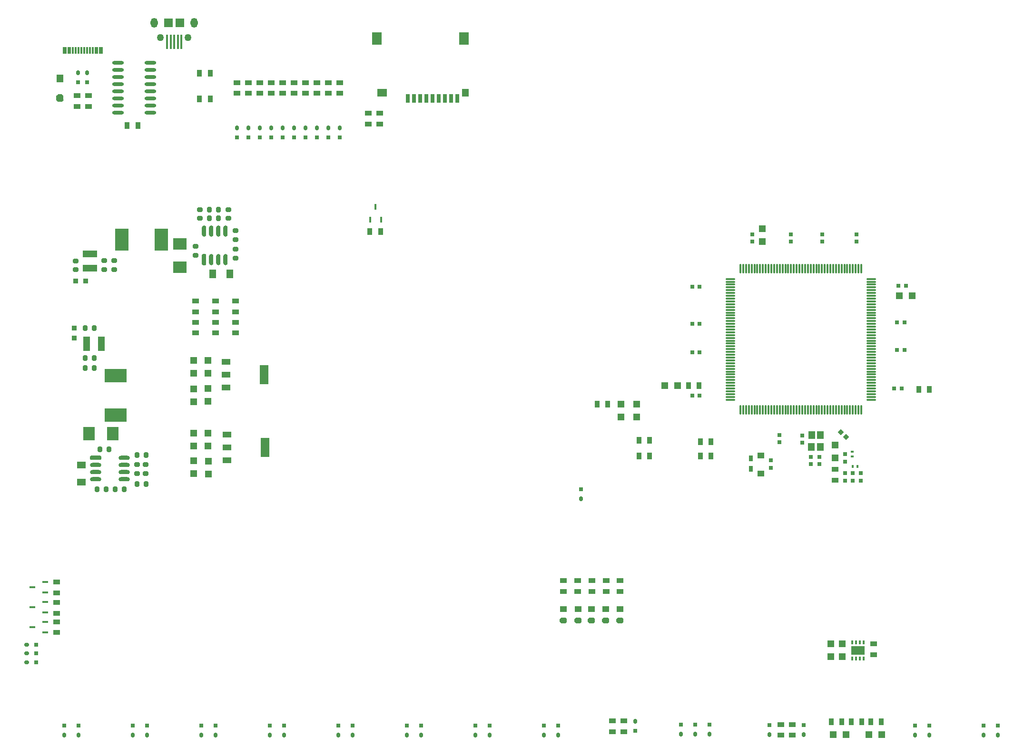
<source format=gtp>
G04*
G04 #@! TF.GenerationSoftware,Altium Limited,Altium Designer,21.0.3 (12)*
G04*
G04 Layer_Color=8421504*
%FSLAX25Y25*%
%MOIN*%
G70*
G04*
G04 #@! TF.SameCoordinates,090C1E97-9EAB-41C8-8700-309E0BB34FF0*
G04*
G04*
G04 #@! TF.FilePolarity,Positive*
G04*
G01*
G75*
%ADD26O,0.05118X0.06890*%
%ADD27C,0.05000*%
%ADD28R,0.05000X0.05000*%
%ADD29R,0.06102X0.04331*%
%ADD30R,0.06102X0.13583*%
%ADD31R,0.06102X0.04331*%
%ADD32R,0.05000X0.04000*%
G04:AMPARAMS|DCode=33|XSize=40mil|YSize=50mil|CornerRadius=0mil|HoleSize=0mil|Usage=FLASHONLY|Rotation=270.000|XOffset=0mil|YOffset=0mil|HoleType=Round|Shape=Octagon|*
%AMOCTAGOND33*
4,1,8,0.02500,0.01000,0.02500,-0.01000,0.01500,-0.02000,-0.01500,-0.02000,-0.02500,-0.01000,-0.02500,0.01000,-0.01500,0.02000,0.01500,0.02000,0.02500,0.01000,0.0*
%
%ADD33OCTAGOND33*%

%ADD34R,0.03500X0.05000*%
G04:AMPARAMS|DCode=35|XSize=31.5mil|YSize=27.56mil|CornerRadius=0mil|HoleSize=0mil|Usage=FLASHONLY|Rotation=90.000|XOffset=0mil|YOffset=0mil|HoleType=Round|Shape=Octagon|*
%AMOCTAGOND35*
4,1,8,0.00689,0.01575,-0.00689,0.01575,-0.01378,0.00886,-0.01378,-0.00886,-0.00689,-0.01575,0.00689,-0.01575,0.01378,-0.00886,0.01378,0.00886,0.00689,0.01575,0.0*
%
%ADD35OCTAGOND35*%

%ADD36R,0.02756X0.03150*%
%ADD37R,0.05000X0.03500*%
%ADD38O,0.08268X0.02362*%
%ADD39R,0.01575X0.09843*%
%ADD40R,0.01772X0.03937*%
G04:AMPARAMS|DCode=41|XSize=31.5mil|YSize=27.56mil|CornerRadius=0mil|HoleSize=0mil|Usage=FLASHONLY|Rotation=180.000|XOffset=0mil|YOffset=0mil|HoleType=Round|Shape=Octagon|*
%AMOCTAGOND41*
4,1,8,-0.01575,0.00689,-0.01575,-0.00689,-0.00886,-0.01378,0.00886,-0.01378,0.01575,-0.00689,0.01575,0.00689,0.00886,0.01378,-0.00886,0.01378,-0.01575,0.00689,0.0*
%
%ADD41OCTAGOND41*%

%ADD42R,0.03150X0.02756*%
%ADD43R,0.03937X0.01772*%
%ADD44R,0.03000X0.03000*%
%ADD45R,0.01575X0.01968*%
%ADD46R,0.01968X0.01575*%
%ADD47R,0.03000X0.03000*%
%ADD48O,0.01181X0.07087*%
%ADD49R,0.05000X0.05000*%
%ADD50O,0.07087X0.01181*%
%ADD51P,0.04243X4X180.0*%
%ADD52R,0.04724X0.05512*%
%ADD53R,0.09449X0.06299*%
%ADD54R,0.01400X0.02800*%
%ADD55R,0.03000X0.04000*%
%ADD56R,0.06693X0.08661*%
%ADD57R,0.07087X0.05512*%
%ADD58R,0.02756X0.06299*%
G04:AMPARAMS|DCode=59|XSize=37mil|YSize=32mil|CornerRadius=8mil|HoleSize=0mil|Usage=FLASHONLY|Rotation=180.000|XOffset=0mil|YOffset=0mil|HoleType=Round|Shape=RoundedRectangle|*
%AMROUNDEDRECTD59*
21,1,0.03700,0.01600,0,0,180.0*
21,1,0.02100,0.03200,0,0,180.0*
1,1,0.01600,-0.01050,0.00800*
1,1,0.01600,0.01050,0.00800*
1,1,0.01600,0.01050,-0.00800*
1,1,0.01600,-0.01050,-0.00800*
%
%ADD59ROUNDEDRECTD59*%
%ADD60R,0.05906X0.06102*%
%ADD61R,0.01181X0.05118*%
G04:AMPARAMS|DCode=62|XSize=37mil|YSize=32mil|CornerRadius=8mil|HoleSize=0mil|Usage=FLASHONLY|Rotation=270.000|XOffset=0mil|YOffset=0mil|HoleType=Round|Shape=RoundedRectangle|*
%AMROUNDEDRECTD62*
21,1,0.03700,0.01600,0,0,270.0*
21,1,0.02100,0.03200,0,0,270.0*
1,1,0.01600,-0.00800,-0.01050*
1,1,0.01600,-0.00800,0.01050*
1,1,0.01600,0.00800,0.01050*
1,1,0.01600,0.00800,-0.01050*
%
%ADD62ROUNDEDRECTD62*%
%ADD63O,0.03000X0.08000*%
%ADD64R,0.10000X0.05000*%
%ADD65R,0.05000X0.06000*%
%ADD66R,0.09449X0.07874*%
%ADD67R,0.03200X0.03700*%
%ADD68R,0.05000X0.10000*%
%ADD69O,0.08000X0.03000*%
%ADD70R,0.07874X0.09449*%
%ADD71R,0.03700X0.03200*%
%ADD72R,0.06000X0.05000*%
%ADD73R,0.05118X0.03937*%
%ADD74R,0.15748X0.09449*%
G04:AMPARAMS|DCode=75|XSize=80mil|YSize=30mil|CornerRadius=0mil|HoleSize=0mil|Usage=FLASHONLY|Rotation=0.000|XOffset=0mil|YOffset=0mil|HoleType=Round|Shape=Octagon|*
%AMOCTAGOND75*
4,1,8,0.04000,-0.00750,0.04000,0.00750,0.03250,0.01500,-0.03250,0.01500,-0.04000,0.00750,-0.04000,-0.00750,-0.03250,-0.01500,0.03250,-0.01500,0.04000,-0.00750,0.0*
%
%ADD75OCTAGOND75*%

G04:AMPARAMS|DCode=76|XSize=80mil|YSize=30mil|CornerRadius=0mil|HoleSize=0mil|Usage=FLASHONLY|Rotation=90.000|XOffset=0mil|YOffset=0mil|HoleType=Round|Shape=Octagon|*
%AMOCTAGOND76*
4,1,8,0.00750,0.04000,-0.00750,0.04000,-0.01500,0.03250,-0.01500,-0.03250,-0.00750,-0.04000,0.00750,-0.04000,0.01500,-0.03250,0.01500,0.03250,0.00750,0.04000,0.0*
%
%ADD76OCTAGOND76*%

%ADD77R,0.09449X0.15748*%
%ADD78R,0.05000X0.05500*%
G04:AMPARAMS|DCode=79|XSize=55mil|YSize=50mil|CornerRadius=0mil|HoleSize=0mil|Usage=FLASHONLY|Rotation=270.000|XOffset=0mil|YOffset=0mil|HoleType=Round|Shape=Octagon|*
%AMOCTAGOND79*
4,1,8,-0.01250,-0.02750,0.01250,-0.02750,0.02500,-0.01500,0.02500,0.01500,0.01250,0.02750,-0.01250,0.02750,-0.02500,0.01500,-0.02500,-0.01500,-0.01250,-0.02750,0.0*
%
%ADD79OCTAGOND79*%

D26*
X620000Y764000D02*
D03*
X648000D02*
D03*
D27*
X624272Y753500D02*
D03*
X643669D02*
D03*
D28*
X657713Y467260D02*
D03*
Y476260D02*
D03*
X1097000Y459000D02*
D03*
Y468000D02*
D03*
X1046000Y619500D02*
D03*
X1102000Y328500D02*
D03*
X1094000Y319500D02*
D03*
X947000Y487500D02*
D03*
X958000Y487500D02*
D03*
X657713Y527260D02*
D03*
X647713D02*
D03*
X658000Y447500D02*
D03*
X647713Y476260D02*
D03*
Y498260D02*
D03*
Y447760D02*
D03*
X657500Y498500D02*
D03*
X647713Y518260D02*
D03*
X657713D02*
D03*
X1102000Y319500D02*
D03*
X1046000Y610500D02*
D03*
X958000Y496500D02*
D03*
X947000Y496500D02*
D03*
X647713Y507260D02*
D03*
X658000Y456500D02*
D03*
X647713Y467260D02*
D03*
Y456760D02*
D03*
X657500Y507500D02*
D03*
X1094000Y328500D02*
D03*
D29*
X671138Y466260D02*
D03*
Y457204D02*
D03*
X670426Y517260D02*
D03*
Y508204D02*
D03*
D30*
X697713Y466260D02*
D03*
X697000Y517260D02*
D03*
D31*
X671138Y475315D02*
D03*
X670426Y526315D02*
D03*
D32*
X906500Y353000D02*
D03*
X936400D02*
D03*
X946300D02*
D03*
X916900D02*
D03*
X926400D02*
D03*
D33*
X906500Y345000D02*
D03*
X936400D02*
D03*
X946300D02*
D03*
X916900D02*
D03*
X926400D02*
D03*
D34*
X937740Y496500D02*
D03*
X930260D02*
D03*
X771157Y617500D02*
D03*
X778638D02*
D03*
X1155520Y507000D02*
D03*
X1163000D02*
D03*
X1001740Y509500D02*
D03*
X959645Y471107D02*
D03*
X959645Y460106D02*
D03*
X608500Y692000D02*
D03*
X659240Y728500D02*
D03*
Y710500D02*
D03*
X601020Y692000D02*
D03*
X1010125Y470106D02*
D03*
X1010126Y460107D02*
D03*
X967125Y460106D02*
D03*
X1108260Y274000D02*
D03*
X1115740D02*
D03*
X1002645Y460107D02*
D03*
X1002645Y470106D02*
D03*
X967126Y471107D02*
D03*
X994260Y509500D02*
D03*
X1101740Y274000D02*
D03*
X1094260D02*
D03*
X1122000Y274000D02*
D03*
X1129480D02*
D03*
X651760Y728500D02*
D03*
Y710500D02*
D03*
D35*
X566500Y728847D02*
D03*
X686000Y690346D02*
D03*
X663000Y264654D02*
D03*
X759000D02*
D03*
X1163000Y264653D02*
D03*
X678000Y690346D02*
D03*
X1153000Y264654D02*
D03*
X957000Y274087D02*
D03*
X807000Y264654D02*
D03*
X797000D02*
D03*
X749000D02*
D03*
X653000D02*
D03*
X893000D02*
D03*
X903000D02*
D03*
X1211000D02*
D03*
X702000Y690346D02*
D03*
X1201000Y264654D02*
D03*
X718000Y690346D02*
D03*
X845000Y264654D02*
D03*
X855000D02*
D03*
X694000Y690346D02*
D03*
X710000D02*
D03*
X919000Y430153D02*
D03*
X711000Y264654D02*
D03*
X701000D02*
D03*
X615000D02*
D03*
X605000D02*
D03*
X567000D02*
D03*
X557000D02*
D03*
X989000Y265307D02*
D03*
X1051000Y264913D02*
D03*
X1009000Y265307D02*
D03*
X1075000Y264913D02*
D03*
X999000Y265307D02*
D03*
X726000Y690346D02*
D03*
X734000D02*
D03*
X742000D02*
D03*
X750000D02*
D03*
X573000Y728847D02*
D03*
D36*
X566500Y722154D02*
D03*
X1211000Y271346D02*
D03*
X1201000D02*
D03*
X1163000D02*
D03*
X1153000D02*
D03*
X1075000Y271606D02*
D03*
X999000Y272000D02*
D03*
X989000D02*
D03*
X1051000Y271606D02*
D03*
X1009000Y272000D02*
D03*
X845000Y271346D02*
D03*
X855000D02*
D03*
X903000D02*
D03*
X957000Y267394D02*
D03*
X893000Y271346D02*
D03*
X742000Y683654D02*
D03*
X750000D02*
D03*
X726000D02*
D03*
X718000D02*
D03*
X734000D02*
D03*
X694000D02*
D03*
X686000D02*
D03*
X678000D02*
D03*
X710000D02*
D03*
X702000D02*
D03*
X573000Y722154D02*
D03*
X759000Y271346D02*
D03*
X749000D02*
D03*
X807000D02*
D03*
X797000D02*
D03*
X711000D02*
D03*
X701000D02*
D03*
X663000D02*
D03*
X653000D02*
D03*
X615000D02*
D03*
X605000D02*
D03*
X557000D02*
D03*
X567000D02*
D03*
X919000Y436846D02*
D03*
D37*
X566000Y705260D02*
D03*
Y712740D02*
D03*
X574000Y712740D02*
D03*
Y705260D02*
D03*
X551500Y371721D02*
D03*
Y364240D02*
D03*
X551500Y357480D02*
D03*
X551500Y350000D02*
D03*
X551500Y343980D02*
D03*
Y336500D02*
D03*
X1097000Y450740D02*
D03*
Y443259D02*
D03*
X949000Y267000D02*
D03*
X677000Y546520D02*
D03*
X663000D02*
D03*
X649000D02*
D03*
X916500Y372740D02*
D03*
X769999Y693001D02*
D03*
X686000Y714520D02*
D03*
X677000Y554000D02*
D03*
X677000Y561260D02*
D03*
X649000Y554000D02*
D03*
X649001Y561260D02*
D03*
X678000Y714520D02*
D03*
X940999Y274481D02*
D03*
X949000Y274480D02*
D03*
X946400Y372740D02*
D03*
X663000Y554000D02*
D03*
X663001Y561260D02*
D03*
X778000Y693000D02*
D03*
X702000Y714520D02*
D03*
X718000D02*
D03*
X694000D02*
D03*
X710000D02*
D03*
X686000Y722000D02*
D03*
X678000D02*
D03*
X702000D02*
D03*
X718000D02*
D03*
X710000D02*
D03*
X694000D02*
D03*
X742000D02*
D03*
X726000D02*
D03*
X734000D02*
D03*
X750000D02*
D03*
X1124000Y328480D02*
D03*
Y321000D02*
D03*
X769999Y700481D02*
D03*
X778000Y700480D02*
D03*
X663001Y568740D02*
D03*
X677000D02*
D03*
X649001D02*
D03*
X946400Y365260D02*
D03*
X936500Y372740D02*
D03*
Y365260D02*
D03*
X926500Y372740D02*
D03*
Y365260D02*
D03*
X916500D02*
D03*
X906500Y372740D02*
D03*
Y365260D02*
D03*
X940999Y267001D02*
D03*
X1059000Y264520D02*
D03*
Y272000D02*
D03*
X1067000Y264520D02*
D03*
Y272000D02*
D03*
X726000Y714520D02*
D03*
X734000D02*
D03*
X742000D02*
D03*
X750000D02*
D03*
D38*
X617319Y706000D02*
D03*
Y711000D02*
D03*
Y721000D02*
D03*
Y726000D02*
D03*
Y731000D02*
D03*
Y736000D02*
D03*
X594681Y706000D02*
D03*
Y711000D02*
D03*
Y716000D02*
D03*
Y721000D02*
D03*
Y726000D02*
D03*
Y731000D02*
D03*
Y736000D02*
D03*
Y701000D02*
D03*
X617319Y716000D02*
D03*
Y701000D02*
D03*
D39*
X629000Y750531D02*
D03*
X631500D02*
D03*
X634000D02*
D03*
X636500D02*
D03*
X639000D02*
D03*
D40*
X771417Y626000D02*
D03*
X775157Y634929D02*
D03*
X778898Y626000D02*
D03*
D41*
X530653Y328000D02*
D03*
X530653Y322000D02*
D03*
X530653Y315500D02*
D03*
D42*
X537347Y328000D02*
D03*
X537347Y322000D02*
D03*
X537347Y315500D02*
D03*
D43*
X534571Y340240D02*
D03*
X543500Y343980D02*
D03*
Y336500D02*
D03*
X534571Y354240D02*
D03*
X543500Y357980D02*
D03*
Y350500D02*
D03*
X534571Y368240D02*
D03*
X543500Y371980D02*
D03*
Y364500D02*
D03*
D44*
X1109344Y448059D02*
D03*
X1109343Y442941D02*
D03*
X1115000Y448059D02*
D03*
X1115000Y442941D02*
D03*
X1104000Y456323D02*
D03*
X1104000Y461441D02*
D03*
X1104000Y448059D02*
D03*
X1104000Y442941D02*
D03*
X1112000Y615559D02*
D03*
X1088000D02*
D03*
X1066000D02*
D03*
X1039000D02*
D03*
X1052000Y457079D02*
D03*
X1086000Y454441D02*
D03*
X1080000Y454441D02*
D03*
X1058000Y469882D02*
D03*
X1074000Y469441D02*
D03*
X1039000Y610441D02*
D03*
X1088000D02*
D03*
X1052000Y451960D02*
D03*
X1074000Y474559D02*
D03*
X1058000Y475000D02*
D03*
X1080000Y459559D02*
D03*
X1086000Y459559D02*
D03*
X1112000Y610441D02*
D03*
X1066000D02*
D03*
D45*
X1112575Y453000D02*
D03*
X1109229Y453000D02*
D03*
D46*
X1109000Y459925D02*
D03*
Y463271D02*
D03*
D47*
X1140441Y554000D02*
D03*
X1145559D02*
D03*
X1146559Y579500D02*
D03*
X1145559Y534500D02*
D03*
X1143500Y507500D02*
D03*
X996882Y579000D02*
D03*
Y553000D02*
D03*
Y533000D02*
D03*
Y502500D02*
D03*
X1138382Y507500D02*
D03*
X1140441Y534500D02*
D03*
X1141441Y579500D02*
D03*
X1002000Y533000D02*
D03*
Y553000D02*
D03*
Y579000D02*
D03*
Y502500D02*
D03*
D48*
X1042488Y492591D02*
D03*
X1113354Y591409D02*
D03*
X1089732D02*
D03*
X1101543Y492591D02*
D03*
X1072016D02*
D03*
X1068079Y591409D02*
D03*
X1042488D02*
D03*
X1056268Y492591D02*
D03*
X1081858D02*
D03*
X1034614D02*
D03*
X1038551D02*
D03*
X1095638D02*
D03*
X1052331D02*
D03*
X1060205D02*
D03*
X1064142D02*
D03*
X1068079D02*
D03*
X1075953D02*
D03*
X1079890D02*
D03*
X1091701D02*
D03*
X1109417D02*
D03*
X1115323D02*
D03*
X1030677D02*
D03*
X1036583D02*
D03*
X1050362D02*
D03*
X1054299D02*
D03*
X1062173D02*
D03*
X1066110D02*
D03*
X1070047D02*
D03*
X1077921D02*
D03*
X1111386D02*
D03*
X1113354D02*
D03*
X1097606D02*
D03*
X1044457D02*
D03*
X1083827D02*
D03*
X1032646D02*
D03*
X1093669D02*
D03*
X1107449D02*
D03*
X1040520D02*
D03*
X1046425D02*
D03*
X1048394D02*
D03*
X1058236D02*
D03*
X1073984D02*
D03*
X1085795D02*
D03*
X1087764D02*
D03*
X1089732D02*
D03*
X1099575D02*
D03*
X1103512D02*
D03*
X1105480D02*
D03*
X1115323Y591409D02*
D03*
X1111386D02*
D03*
X1109417D02*
D03*
X1107449D02*
D03*
X1105480D02*
D03*
X1103512D02*
D03*
X1101543D02*
D03*
X1099575D02*
D03*
X1097606D02*
D03*
X1095638D02*
D03*
X1093669D02*
D03*
X1091701D02*
D03*
X1087764D02*
D03*
X1085795D02*
D03*
X1083827D02*
D03*
X1081858D02*
D03*
X1079890D02*
D03*
X1077921D02*
D03*
X1075953D02*
D03*
X1073984D02*
D03*
X1072016D02*
D03*
X1070047D02*
D03*
X1066110D02*
D03*
X1064142D02*
D03*
X1062173D02*
D03*
X1060205D02*
D03*
X1058236D02*
D03*
X1056268D02*
D03*
X1054299D02*
D03*
X1052331D02*
D03*
X1050362D02*
D03*
X1048394D02*
D03*
X1046425D02*
D03*
X1044457D02*
D03*
X1040520D02*
D03*
X1038551D02*
D03*
X1036583D02*
D03*
X1034614D02*
D03*
X1032646D02*
D03*
X1030677D02*
D03*
D49*
X1151059Y572500D02*
D03*
X977500Y509500D02*
D03*
X1129500Y265000D02*
D03*
X1095500D02*
D03*
X1142059Y572500D02*
D03*
X986500Y509500D02*
D03*
X1104500Y265000D02*
D03*
X1120500D02*
D03*
D50*
X1122409Y550858D02*
D03*
Y531173D02*
D03*
X1023591Y580386D02*
D03*
Y535110D02*
D03*
Y554795D02*
D03*
X1122409Y501646D02*
D03*
Y503614D02*
D03*
Y511488D02*
D03*
Y509520D02*
D03*
Y513457D02*
D03*
Y499677D02*
D03*
Y515425D02*
D03*
Y527236D02*
D03*
Y539047D02*
D03*
Y584323D02*
D03*
Y517394D02*
D03*
Y546921D02*
D03*
Y558732D02*
D03*
Y537079D02*
D03*
Y564638D02*
D03*
Y568575D02*
D03*
Y578417D02*
D03*
Y582354D02*
D03*
Y544953D02*
D03*
Y556764D02*
D03*
Y535110D02*
D03*
Y542984D02*
D03*
Y566606D02*
D03*
Y576449D02*
D03*
Y580386D02*
D03*
Y523299D02*
D03*
Y554795D02*
D03*
Y562669D02*
D03*
Y521331D02*
D03*
Y525268D02*
D03*
Y529205D02*
D03*
Y541016D02*
D03*
Y574480D02*
D03*
Y519362D02*
D03*
Y548890D02*
D03*
Y560701D02*
D03*
Y505583D02*
D03*
Y507551D02*
D03*
Y533142D02*
D03*
Y552827D02*
D03*
Y570543D02*
D03*
Y572512D02*
D03*
X1023591Y584323D02*
D03*
Y582354D02*
D03*
Y578417D02*
D03*
Y576449D02*
D03*
Y574480D02*
D03*
Y572512D02*
D03*
Y570543D02*
D03*
Y568575D02*
D03*
Y566606D02*
D03*
Y564638D02*
D03*
Y562669D02*
D03*
Y560701D02*
D03*
Y558732D02*
D03*
Y556764D02*
D03*
Y552827D02*
D03*
Y550858D02*
D03*
Y548890D02*
D03*
Y546921D02*
D03*
Y544953D02*
D03*
Y542984D02*
D03*
Y541016D02*
D03*
Y539047D02*
D03*
Y537079D02*
D03*
Y533142D02*
D03*
Y531173D02*
D03*
Y529205D02*
D03*
Y527236D02*
D03*
Y525268D02*
D03*
Y523299D02*
D03*
Y521331D02*
D03*
Y519362D02*
D03*
Y517394D02*
D03*
Y515425D02*
D03*
Y513457D02*
D03*
Y511488D02*
D03*
Y509520D02*
D03*
Y507551D02*
D03*
Y505583D02*
D03*
Y503614D02*
D03*
Y501646D02*
D03*
Y499677D02*
D03*
D51*
X1104619Y473381D02*
D03*
X1101000Y477000D02*
D03*
D52*
X1086800Y475000D02*
D03*
X1080400Y466700D02*
D03*
X838047Y714969D02*
D03*
X1086800Y466700D02*
D03*
X1080500Y475000D02*
D03*
D53*
X1113000Y324000D02*
D03*
D54*
X1114300Y329640D02*
D03*
X1116900Y318360D02*
D03*
X1109100D02*
D03*
X1116900Y329640D02*
D03*
X1111700D02*
D03*
X1109100D02*
D03*
X1111700Y318360D02*
D03*
X1114300D02*
D03*
D55*
X1038000Y451219D02*
D03*
Y458519D02*
D03*
D56*
X776024Y752764D02*
D03*
X837047D02*
D03*
D57*
X779567Y714969D02*
D03*
D58*
X819331Y711000D02*
D03*
X810669D02*
D03*
X827992D02*
D03*
X832323D02*
D03*
X823661D02*
D03*
X815000D02*
D03*
X806339D02*
D03*
X802008D02*
D03*
X797677D02*
D03*
D59*
X677000Y605213D02*
D03*
Y612000D02*
D03*
X652000Y626787D02*
D03*
X592000Y591000D02*
D03*
X585000D02*
D03*
X608000Y454106D02*
D03*
X565000Y597000D02*
D03*
Y590787D02*
D03*
X592000Y597213D02*
D03*
X585000D02*
D03*
X608000Y447894D02*
D03*
X614000Y454106D02*
D03*
Y447894D02*
D03*
X672000Y633000D02*
D03*
Y626787D02*
D03*
X677000Y618213D02*
D03*
Y599000D02*
D03*
X652000Y633000D02*
D03*
X649000Y601000D02*
D03*
Y607213D02*
D03*
D60*
X638000Y764000D02*
D03*
X630000D02*
D03*
D61*
X583189Y744673D02*
D03*
X582008D02*
D03*
X556811D02*
D03*
X557992D02*
D03*
X580039D02*
D03*
X578858D02*
D03*
X576890Y744669D02*
D03*
X574921Y744673D02*
D03*
X572953D02*
D03*
X570984D02*
D03*
X569016D02*
D03*
X567047D02*
D03*
X565080Y744669D02*
D03*
X563110Y744673D02*
D03*
X561142Y744672D02*
D03*
X559960D02*
D03*
D62*
X658787Y627000D02*
D03*
X608000Y460941D02*
D03*
X571787Y528941D02*
D03*
Y521941D02*
D03*
X592787Y436941D02*
D03*
X586213D02*
D03*
X614213Y440500D02*
D03*
X608000D02*
D03*
X614213Y460941D02*
D03*
X582000Y464941D02*
D03*
X588213D02*
D03*
X578000Y521941D02*
D03*
Y528941D02*
D03*
Y549941D02*
D03*
X571787D02*
D03*
X599000Y436941D02*
D03*
X580000D02*
D03*
X658787Y633000D02*
D03*
X665000D02*
D03*
Y627000D02*
D03*
D63*
X660000Y618000D02*
D03*
X670000Y598000D02*
D03*
X665000D02*
D03*
X655000Y618000D02*
D03*
X665000D02*
D03*
X670000D02*
D03*
X660000Y598000D02*
D03*
D64*
X575000Y591764D02*
D03*
Y602000D02*
D03*
D65*
X673000Y588000D02*
D03*
X661000D02*
D03*
D66*
X638000Y592465D02*
D03*
Y609000D02*
D03*
D67*
X572000Y583000D02*
D03*
X565000D02*
D03*
D68*
X572787Y538941D02*
D03*
X583024D02*
D03*
D69*
X599000Y453941D02*
D03*
X579000Y443941D02*
D03*
Y448941D02*
D03*
X599000Y458941D02*
D03*
Y448941D02*
D03*
Y443941D02*
D03*
X579000Y453941D02*
D03*
D70*
X574465Y475941D02*
D03*
X591000D02*
D03*
D71*
X564000Y542941D02*
D03*
Y549941D02*
D03*
D72*
X569000Y441941D02*
D03*
Y453941D02*
D03*
D73*
X1045000Y447921D02*
D03*
Y460519D02*
D03*
D74*
X593000Y516500D02*
D03*
Y488941D02*
D03*
D75*
X579000Y458941D02*
D03*
D76*
X655000Y598000D02*
D03*
D77*
X597441Y612000D02*
D03*
X625000D02*
D03*
D78*
X554000Y724750D02*
D03*
D79*
Y711250D02*
D03*
M02*

</source>
